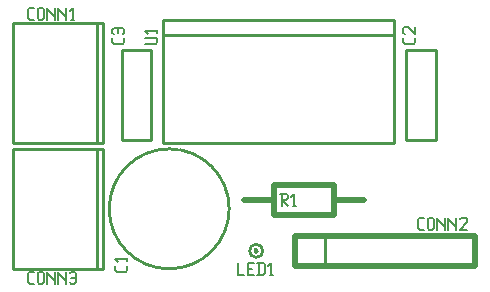
<source format=gbr>
G04 Title: (unknown), silkscreen, component side *
G04 Creator: pcb-bin 1.99p *
G04 CreationDate: Wed Dec  8 04:36:31 2004 UTC *
G04 For: alan *
G04 Format: Gerber/RS-274X *
G04 PCB-Dimensions: 157500 99500 *
G04 PCB-Coordinate-Origin: lower left *
%MOIN*%
%FSLAX24Y24*%
%IPPOS*%
%ADD11C,0.0400*%
%ADD12R,0.0500X0.0500*%
%ADD13C,0.0500*%
%ADD14C,0.0200*%
%ADD15C,0.0080*%
%ADD16C,0.0800*%
%ADD17C,0.0100*%
%ADD18R,0.0600X0.0600*%
%ADD19C,0.0600*%
%ADD20C,0.0150*%
%ADD21C,0.0110*%
%LNGROUP_1*%
%LPD*%
G01X0Y0D02*
G54D14*X10800Y2850D02*X11800D01*
X7800D02*X8800D01*
Y3350D02*Y2350D01*
X10800D01*
Y3350D02*Y2350D01*
X8800Y3350D02*X10800D01*
G04 Text: R1 *
G54D15*X9000Y3050D02*X9200D01*
X9250Y3000D01*
Y2900D01*
X9200Y2850D02*X9250Y2900D01*
X9050Y2850D02*X9200D01*
X9050Y3050D02*Y2650D01*
Y2850D02*X9250Y2650D01*
X9420D02*X9520D01*
X9470Y3050D02*Y2650D01*
X9370Y2950D02*X9470Y3050D01*
G54D17*X100Y8750D02*X3100D01*
X100Y4750D02*X3100D01*
X100Y8750D02*Y4750D01*
X3100Y8750D02*Y4750D01*
X2900Y8750D02*Y4750D01*
G04 Text: CONN1 *
G54D15*X650Y8850D02*X800D01*
X600Y8900D02*X650Y8850D01*
X600Y9200D02*Y8900D01*
Y9200D02*X650Y9250D01*
X800D01*
X920Y9200D02*Y8900D01*
Y9200D02*X970Y9250D01*
X1070D01*
X1120Y9200D01*
Y8900D01*
X1070Y8850D02*X1120Y8900D01*
X970Y8850D02*X1070D01*
X920Y8900D02*X970Y8850D01*
X1240Y9250D02*Y8850D01*
Y9250D02*Y9200D01*
X1490Y8950D01*
Y9250D02*Y8850D01*
X1610Y9250D02*Y8850D01*
Y9250D02*Y9200D01*
X1860Y8950D01*
Y9250D02*Y8850D01*
X2030D02*X2130D01*
X2080Y9250D02*Y8850D01*
X1980Y9150D02*X2080Y9250D01*
G54D17*X9500Y1650D02*X10500D01*
Y650D01*
G54D14*X9500Y1650D02*Y650D01*
Y1650D02*X15500D01*
Y650D01*
X9500D02*X15500D01*
G04 Text: CONN2 *
G54D15*X13650Y1850D02*X13800D01*
X13600Y1900D02*X13650Y1850D01*
X13600Y2200D02*Y1900D01*
Y2200D02*X13650Y2250D01*
X13800D01*
X13920Y2200D02*Y1900D01*
Y2200D02*X13970Y2250D01*
X14070D01*
X14120Y2200D01*
Y1900D01*
X14070Y1850D02*X14120Y1900D01*
X13970Y1850D02*X14070D01*
X13920Y1900D02*X13970Y1850D01*
X14240Y2250D02*Y1850D01*
Y2250D02*Y2200D01*
X14490Y1950D01*
Y2250D02*Y1850D01*
X14610Y2250D02*Y1850D01*
Y2250D02*Y2200D01*
X14860Y1950D01*
Y2250D02*Y1850D01*
X14980Y2200D02*X15030Y2250D01*
X15180D01*
X15230Y2200D01*
Y2100D01*
X14980Y1850D02*X15230Y2100D01*
X14980Y1850D02*X15230D01*
G54D17*X4697Y7841D02*Y4888D01*
X3713Y7841D02*X4697D01*
X3713D02*Y4888D01*
Y4849D02*X4697D01*
G04 Text: C3 *
G54D15*X3800Y8250D02*Y8100D01*
X3750Y8050D02*X3800Y8100D01*
X3450Y8050D02*X3750D01*
X3450D02*X3400Y8100D01*
Y8250D02*Y8100D01*
X3450Y8370D02*X3400Y8420D01*
Y8520D02*Y8420D01*
Y8520D02*X3450Y8570D01*
X3750D01*
X3800Y8520D02*X3750Y8570D01*
X3800Y8520D02*Y8420D01*
X3750Y8370D02*X3800Y8420D01*
X3600Y8570D02*Y8420D01*
G54D17*X5100Y8350D02*X12800D01*
X5100Y8850D02*Y4750D01*
Y8850D02*X12800D01*
X5100Y4750D02*X12800D01*
Y8850D02*Y4750D01*
G04 Text: U1 *
G54D15*X4500Y8050D02*X4850D01*
X4900Y8100D01*
Y8200D02*Y8100D01*
Y8200D02*X4850Y8250D01*
X4500D02*X4850D01*
X4900Y8520D02*Y8420D01*
X4500Y8470D02*X4900D01*
X4600Y8370D02*X4500Y8470D01*
G54D17*X13202Y7811D02*Y4858D01*
X14186D01*
Y7811D02*Y4858D01*
X13202Y7850D02*X14186D01*
G04 Text: C2 *
G54D15*X13500Y8250D02*Y8100D01*
X13450Y8050D02*X13500Y8100D01*
X13150Y8050D02*X13450D01*
X13150D02*X13100Y8100D01*
Y8250D02*Y8100D01*
X13150Y8370D02*X13100Y8420D01*
Y8570D02*Y8420D01*
Y8570D02*X13150Y8620D01*
X13250D01*
X13500Y8370D02*X13250Y8620D01*
X13500D02*Y8370D01*
G54D17*X5300Y4550D02*G75*G03X5300Y4550I0J-2000D01*G01*
G04 Text: C1 *
G54D15*X3900Y650D02*Y500D01*
X3850Y450D02*X3900Y500D01*
X3550Y450D02*X3850D01*
X3550D02*X3500Y500D01*
Y650D02*Y500D01*
X3900Y920D02*Y820D01*
X3500Y870D02*X3900D01*
X3600Y770D02*X3500Y870D01*
G54D17*X100Y4550D02*X3100D01*
X100Y550D02*X3100D01*
X100Y4550D02*Y550D01*
X3100Y4550D02*Y550D01*
X2900Y4550D02*Y550D01*
G04 Text: CONN3 *
G54D15*X650Y50D02*X800D01*
X600Y100D02*X650Y50D01*
X600Y400D02*Y100D01*
Y400D02*X650Y450D01*
X800D01*
X920Y400D02*Y100D01*
Y400D02*X970Y450D01*
X1070D01*
X1120Y400D01*
Y100D01*
X1070Y50D02*X1120Y100D01*
X970Y50D02*X1070D01*
X920Y100D02*X970Y50D01*
X1240Y450D02*Y50D01*
Y450D02*Y400D01*
X1490Y150D01*
Y450D02*Y50D01*
X1610Y450D02*Y50D01*
Y450D02*Y400D01*
X1860Y150D01*
Y450D02*Y50D01*
X1980Y400D02*X2030Y450D01*
X2130D01*
X2180Y400D01*
Y100D01*
X2130Y50D02*X2180Y100D01*
X2030Y50D02*X2130D01*
X1980Y100D02*X2030Y50D01*
Y250D02*X2180D01*
G54D17*X8200Y930D02*G75*G03X8200Y930I0J220D01*G01*
G54D20*Y1130D02*G75*G03X8200Y1130I0J20D01*G01*
G04 Text: LED1 *
G54D15*X7600Y750D02*Y350D01*
X7800D01*
X7920Y550D02*X8070D01*
X7920Y350D02*X8120D01*
X7920Y750D02*Y350D01*
Y750D02*X8120D01*
X8290D02*Y350D01*
X8440Y750D02*X8490Y700D01*
Y400D01*
X8440Y350D02*X8490Y400D01*
X8240Y350D02*X8440D01*
X8240Y750D02*X8440D01*
X8660Y350D02*X8760D01*
X8710Y750D02*Y350D01*
X8610Y650D02*X8710Y750D01*
M02*

</source>
